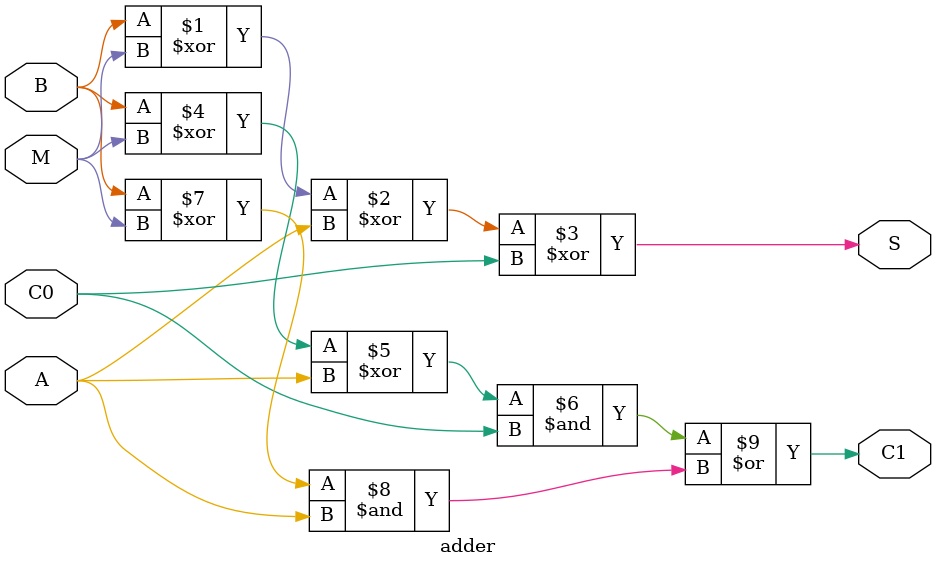
<source format=v>
`timescale 1ns / 1ps
module adder(A, B, C1, S, C0, M);
output C1, S;
input A, B, C0, M;

assign S=(((B^M)^A)^C0);
assign C1= (((B^M)^A) & C0) | ((B^M) & A);


endmodule

</source>
